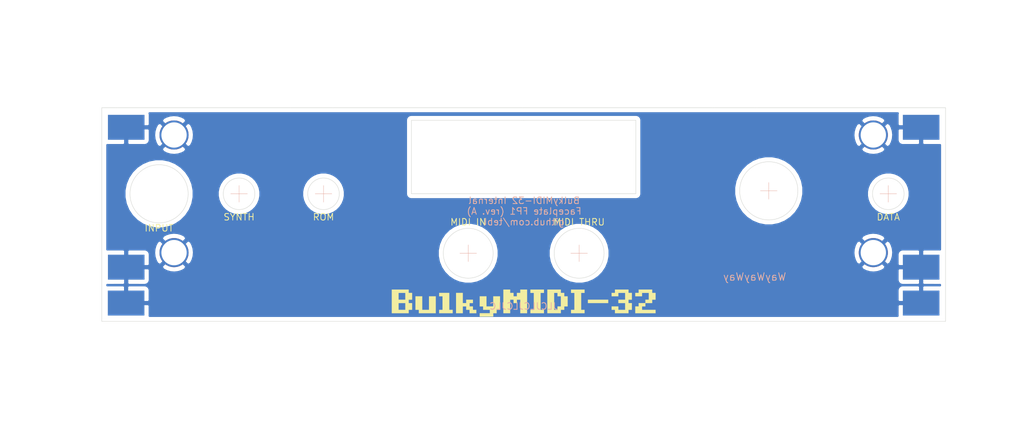
<source format=kicad_pcb>
(kicad_pcb (version 20171130) (host pcbnew "(5.1.8)-1")

  (general
    (thickness 1.6)
    (drawings 61)
    (tracks 0)
    (zones 0)
    (modules 11)
    (nets 2)
  )

  (page A4)
  (layers
    (0 F.Cu signal)
    (31 B.Cu signal)
    (32 B.Adhes user)
    (33 F.Adhes user)
    (34 B.Paste user)
    (35 F.Paste user)
    (36 B.SilkS user)
    (37 F.SilkS user)
    (38 B.Mask user)
    (39 F.Mask user)
    (40 Dwgs.User user)
    (41 Cmts.User user)
    (42 Eco1.User user)
    (43 Eco2.User user)
    (44 Edge.Cuts user)
    (45 Margin user)
    (46 B.CrtYd user)
    (47 F.CrtYd user)
    (48 B.Fab user hide)
    (49 F.Fab user)
  )

  (setup
    (last_trace_width 0.25)
    (trace_clearance 0.2)
    (zone_clearance 0.508)
    (zone_45_only no)
    (trace_min 0.2)
    (via_size 0.8)
    (via_drill 0.4)
    (via_min_size 0.4)
    (via_min_drill 0.3)
    (uvia_size 0.3)
    (uvia_drill 0.1)
    (uvias_allowed no)
    (uvia_min_size 0.2)
    (uvia_min_drill 0.1)
    (edge_width 0.05)
    (segment_width 0.2)
    (pcb_text_width 0.3)
    (pcb_text_size 1.5 1.5)
    (mod_edge_width 0.12)
    (mod_text_size 1 1)
    (mod_text_width 0.15)
    (pad_size 1.524 1.524)
    (pad_drill 0.762)
    (pad_to_mask_clearance 0)
    (aux_axis_origin 0 0)
    (grid_origin 100 100)
    (visible_elements 7FFFFFFF)
    (pcbplotparams
      (layerselection 0x011fc_ffffffff)
      (usegerberextensions true)
      (usegerberattributes false)
      (usegerberadvancedattributes false)
      (creategerberjobfile false)
      (excludeedgelayer true)
      (linewidth 0.100000)
      (plotframeref false)
      (viasonmask false)
      (mode 1)
      (useauxorigin false)
      (hpglpennumber 1)
      (hpglpenspeed 20)
      (hpglpendiameter 15.000000)
      (psnegative false)
      (psa4output false)
      (plotreference true)
      (plotvalue true)
      (plotinvisibletext false)
      (padsonsilk false)
      (subtractmaskfromsilk false)
      (outputformat 1)
      (mirror false)
      (drillshape 0)
      (scaleselection 1)
      (outputdirectory "export/"))
  )

  (net 0 "")
  (net 1 GND)

  (net_class Default "This is the default net class."
    (clearance 0.2)
    (trace_width 0.25)
    (via_dia 0.8)
    (via_drill 0.4)
    (uvia_dia 0.3)
    (uvia_drill 0.1)
  )

  (net_class PWR ""
    (clearance 0.2)
    (trace_width 0.381)
    (via_dia 0.8)
    (via_drill 0.4)
    (uvia_dia 0.3)
    (uvia_drill 0.1)
    (add_net GND)
  )

  (module artwork:BulkyMIDI-32_small locked (layer F.Cu) (tedit 0) (tstamp 635F67D6)
    (at 150.75 102.794)
    (fp_text reference G*** (at 0 0) (layer F.SilkS) hide
      (effects (font (size 1.524 1.524) (thickness 0.3)))
    )
    (fp_text value LOGO (at 0.75 0) (layer F.SilkS) hide
      (effects (font (size 1.524 1.524) (thickness 0.3)))
    )
    (fp_poly (pts (xy 10.17017 0) (xy 7.729329 0) (xy 7.729329 -0.406807) (xy 10.17017 -0.406807)
      (xy 10.17017 0)) (layer F.SilkS) (width 0.01))
    (fp_poly (pts (xy 14.645045 -0.406807) (xy 15.051852 -0.406807) (xy 15.051852 -1.220421) (xy 14.238238 -1.220421)
      (xy 14.238238 -0.813614) (xy 13.424625 -0.813614) (xy 13.424625 -1.220421) (xy 13.831431 -1.220421)
      (xy 13.831431 -1.627227) (xy 15.458659 -1.627227) (xy 15.458659 -1.220421) (xy 15.865465 -1.220421)
      (xy 15.865465 -0.406807) (xy 15.458659 -0.406807) (xy 15.458659 0) (xy 14.645045 0)
      (xy 14.645045 -0.406807)) (layer F.SilkS) (width 0.01))
    (fp_poly (pts (xy 14.645045 0.406807) (xy 14.238238 0.406807) (xy 14.238238 0.813613) (xy 15.865465 0.813613)
      (xy 15.865465 1.22042) (xy 13.424625 1.22042) (xy 13.424625 0.406807) (xy 13.831431 0.406807)
      (xy 13.831431 0) (xy 14.645045 0) (xy 14.645045 0.406807)) (layer F.SilkS) (width 0.01))
    (fp_poly (pts (xy 12.611011 -1.220421) (xy 13.017818 -1.220421) (xy 13.017818 -0.406807) (xy 12.611011 -0.406807)
      (xy 12.611011 0) (xy 13.017818 0) (xy 13.017818 0.813613) (xy 12.611011 0.813613)
      (xy 12.611011 1.22042) (xy 10.983784 1.22042) (xy 10.983784 0.813613) (xy 10.576977 0.813613)
      (xy 10.576977 0.406807) (xy 11.390591 0.406807) (xy 11.390591 0.813613) (xy 12.204204 0.813613)
      (xy 12.204204 0) (xy 11.390591 0) (xy 11.390591 -0.406807) (xy 12.204204 -0.406807)
      (xy 12.204204 -1.220421) (xy 11.390591 -1.220421) (xy 11.390591 -0.813614) (xy 10.576977 -0.813614)
      (xy 10.576977 -1.220421) (xy 10.983784 -1.220421) (xy 10.983784 -1.627227) (xy 12.611011 -1.627227)
      (xy 12.611011 -1.220421)) (layer F.SilkS) (width 0.01))
    (fp_poly (pts (xy 7.322522 -1.220421) (xy 6.915716 -1.220421) (xy 6.915716 0.813613) (xy 7.322522 0.813613)
      (xy 7.322522 1.22042) (xy 5.695295 1.22042) (xy 5.695295 0.813613) (xy 6.102102 0.813613)
      (xy 6.102102 -1.220421) (xy 5.695295 -1.220421) (xy 5.695295 -1.627227) (xy 7.322522 -1.627227)
      (xy 7.322522 -1.220421)) (layer F.SilkS) (width 0.01))
    (fp_poly (pts (xy 4.474875 -1.220421) (xy 4.881682 -1.220421) (xy 4.881682 -0.813614) (xy 5.288488 -0.813614)
      (xy 5.288488 0.406807) (xy 4.881682 0.406807) (xy 4.881682 0.813613) (xy 4.474875 0.813613)
      (xy 4.474875 1.22042) (xy 2.847648 1.22042) (xy 2.847648 -1.220421) (xy 3.661261 -1.220421)
      (xy 3.661261 0.813613) (xy 4.068068 0.813613) (xy 4.068068 0.406807) (xy 4.474875 0.406807)
      (xy 4.474875 -0.813614) (xy 4.068068 -0.813614) (xy 4.068068 -1.220421) (xy 3.661261 -1.220421)
      (xy 2.847648 -1.220421) (xy 2.847648 -1.627227) (xy 4.474875 -1.627227) (xy 4.474875 -1.220421)) (layer F.SilkS) (width 0.01))
    (fp_poly (pts (xy 2.440841 -1.220421) (xy 2.034034 -1.220421) (xy 2.034034 0.813613) (xy 2.440841 0.813613)
      (xy 2.440841 1.22042) (xy 0.813614 1.22042) (xy 0.813614 0.813613) (xy 1.22042 0.813613)
      (xy 1.22042 -1.220421) (xy 0.813614 -1.220421) (xy 0.813614 -1.627227) (xy 2.440841 -1.627227)
      (xy 2.440841 -1.220421)) (layer F.SilkS) (width 0.01))
    (fp_poly (pts (xy -1.627227 -1.220421) (xy -1.22042 -1.220421) (xy -1.22042 -0.813614) (xy -0.813614 -0.813614)
      (xy -0.813614 -1.220421) (xy -0.406807 -1.220421) (xy -0.406807 -1.627227) (xy 0.406807 -1.627227)
      (xy 0.406807 1.22042) (xy -0.406807 1.22042) (xy -0.406807 -0.406807) (xy -0.813614 -0.406807)
      (xy -0.813614 0) (xy -1.22042 0) (xy -1.22042 -0.406807) (xy -1.627227 -0.406807)
      (xy -1.627227 1.22042) (xy -2.440841 1.22042) (xy -2.440841 -1.627227) (xy -1.627227 -1.627227)
      (xy -1.627227 -1.220421)) (layer F.SilkS) (width 0.01))
    (fp_poly (pts (xy -7.322523 0) (xy -6.915716 0) (xy -6.915716 -0.406807) (xy -6.102102 -0.406807)
      (xy -6.102102 0) (xy -6.508909 0) (xy -6.508909 0.406807) (xy -6.102102 0.406807)
      (xy -6.102102 0.813613) (xy -5.695295 0.813613) (xy -5.695295 1.22042) (xy -6.508909 1.22042)
      (xy -6.508909 0.813613) (xy -6.915716 0.813613) (xy -6.915716 0.406807) (xy -7.322523 0.406807)
      (xy -7.322523 1.22042) (xy -8.136136 1.22042) (xy -8.136136 -1.220421) (xy -7.322523 -1.220421)
      (xy -7.322523 0)) (layer F.SilkS) (width 0.01))
    (fp_poly (pts (xy -8.94975 0.813613) (xy -8.542943 0.813613) (xy -8.542943 1.22042) (xy -10.17017 1.22042)
      (xy -10.17017 0.813613) (xy -9.763363 0.813613) (xy -9.763363 -0.813614) (xy -10.17017 -0.813614)
      (xy -10.17017 -1.220421) (xy -8.94975 -1.220421) (xy -8.94975 0.813613)) (layer F.SilkS) (width 0.01))
    (fp_poly (pts (xy -12.204204 0.813613) (xy -11.390591 0.813613) (xy -11.390591 -0.813614) (xy -10.576977 -0.813614)
      (xy -10.576977 1.22042) (xy -12.611011 1.22042) (xy -12.611011 0.813613) (xy -13.017818 0.813613)
      (xy -13.017818 -0.813614) (xy -12.204204 -0.813614) (xy -12.204204 0.813613)) (layer F.SilkS) (width 0.01))
    (fp_poly (pts (xy -13.831431 -1.220421) (xy -13.424625 -1.220421) (xy -13.424625 -0.406807) (xy -13.831431 -0.406807)
      (xy -13.831431 0) (xy -13.424625 0) (xy -13.424625 0.813613) (xy -13.831431 0.813613)
      (xy -13.831431 1.22042) (xy -15.865465 1.22042) (xy -15.865465 0) (xy -15.051852 0)
      (xy -15.051852 0.813613) (xy -14.238238 0.813613) (xy -14.238238 0) (xy -15.051852 0)
      (xy -15.865465 0) (xy -15.865465 -1.220421) (xy -15.051852 -1.220421) (xy -15.051852 -0.406807)
      (xy -14.238238 -0.406807) (xy -14.238238 -1.220421) (xy -15.051852 -1.220421) (xy -15.865465 -1.220421)
      (xy -15.865465 -1.627227) (xy -13.831431 -1.627227) (xy -13.831431 -1.220421)) (layer F.SilkS) (width 0.01))
    (fp_poly (pts (xy -4.474875 0.406807) (xy -3.661261 0.406807) (xy -3.661261 -0.813614) (xy -2.847648 -0.813614)
      (xy -2.847648 0.813613) (xy -3.254454 0.813613) (xy -3.254454 1.22042) (xy -3.661261 1.22042)
      (xy -3.661261 1.627227) (xy -5.288489 1.627227) (xy -5.288489 1.22042) (xy -4.068068 1.22042)
      (xy -4.068068 0.813613) (xy -4.881682 0.813613) (xy -4.881682 0.406807) (xy -5.288489 0.406807)
      (xy -5.288489 -0.813614) (xy -4.474875 -0.813614) (xy -4.474875 0.406807)) (layer F.SilkS) (width 0.01))
  )

  (module mounting:M3_pin (layer F.Cu) (tedit 5F76331A) (tstamp 6359B786)
    (at 108.6875 82.575)
    (descr "module 1 pin (ou trou mecanique de percage)")
    (tags DEV)
    (path /62827110)
    (fp_text reference M4 (at 0 -3.048) (layer F.Fab) hide
      (effects (font (size 1 1) (thickness 0.15)))
    )
    (fp_text value Mounting_Pin (at 0 3) (layer F.Fab) hide
      (effects (font (size 1 1) (thickness 0.15)))
    )
    (fp_circle (center 0 0) (end 2.6 0) (layer F.CrtYd) (width 0.05))
    (fp_circle (center 0 0) (end 2 0.8) (layer F.Fab) (width 0.1))
    (pad 1 thru_hole circle (at 0 0) (size 3.5 3.5) (drill 3.048) (layers *.Cu *.Mask)
      (net 1 GND) (solder_mask_margin 0.8))
  )

  (module mounting:M3_pin (layer F.Cu) (tedit 5F76331A) (tstamp 6359B752)
    (at 108.6875 96.725)
    (descr "module 1 pin (ou trou mecanique de percage)")
    (tags DEV)
    (path /6282631C)
    (fp_text reference M1 (at 3.048 0) (layer F.Fab) hide
      (effects (font (size 1 1) (thickness 0.15)))
    )
    (fp_text value Mounting_Pin (at 0 3) (layer F.Fab) hide
      (effects (font (size 1 1) (thickness 0.15)))
    )
    (fp_circle (center 0 0) (end 2 0.8) (layer F.Fab) (width 0.1))
    (fp_circle (center 0 0) (end 2.6 0) (layer F.CrtYd) (width 0.05))
    (pad 1 thru_hole circle (at 0 0) (size 3.5 3.5) (drill 3.048) (layers *.Cu *.Mask)
      (net 1 GND) (solder_mask_margin 0.8))
  )

  (module mounting:M3_pin (layer F.Cu) (tedit 5F76331A) (tstamp 6282A42B)
    (at 192.8125 96.725)
    (descr "module 1 pin (ou trou mecanique de percage)")
    (tags DEV)
    (path /62826824)
    (fp_text reference M2 (at 0 -3.048) (layer F.Fab) hide
      (effects (font (size 1 1) (thickness 0.15)))
    )
    (fp_text value Mounting_Pin (at 0 3) (layer F.Fab) hide
      (effects (font (size 1 1) (thickness 0.15)))
    )
    (fp_circle (center 0 0) (end 2.6 0) (layer F.CrtYd) (width 0.05))
    (fp_circle (center 0 0) (end 2 0.8) (layer F.Fab) (width 0.1))
    (pad 1 thru_hole circle (at 0 0) (size 3.5 3.5) (drill 3.048) (layers *.Cu *.Mask)
      (net 1 GND) (solder_mask_margin 0.8))
  )

  (module mounting:M3_pin (layer F.Cu) (tedit 5F76331A) (tstamp 6355E063)
    (at 192.8125 82.575)
    (descr "module 1 pin (ou trou mecanique de percage)")
    (tags DEV)
    (path /62826D8F)
    (fp_text reference M3 (at 0 -3.048) (layer F.Fab) hide
      (effects (font (size 1 1) (thickness 0.15)))
    )
    (fp_text value Mounting_Pin (at 0 3) (layer F.Fab) hide
      (effects (font (size 1 1) (thickness 0.15)))
    )
    (fp_circle (center 0 0) (end 2.6 0) (layer F.CrtYd) (width 0.05))
    (fp_circle (center 0 0) (end 2 0.8) (layer F.Fab) (width 0.1))
    (pad 1 thru_hole circle (at 0 0) (size 3.5 3.5) (drill 3.048) (layers *.Cu *.Mask)
      (net 1 GND) (solder_mask_margin 0.8))
  )

  (module RetroPanel:B.Pad_pin (layer F.Cu) (tedit 6359D8D4) (tstamp 635F0015)
    (at 102.9345 81.6485 270)
    (descr "module 1 pin (ou trou mecanique de percage)")
    (tags DEV)
    (path /637825FA)
    (fp_text reference M5 (at 0 -4.445 90) (layer F.Fab) hide
      (effects (font (size 1 1) (thickness 0.15)))
    )
    (fp_text value Mounting_Pad (at 0 -3.175 90) (layer F.Fab) hide
      (effects (font (size 1 1) (thickness 0.15)))
    )
    (pad 1 smd rect (at 0 0 270) (size 3 4.4) (layers B.Cu B.Paste B.Mask)
      (net 1 GND))
  )

  (module RetroPanel:B.Pad_pin (layer F.Cu) (tedit 6359D8D4) (tstamp 635F0019)
    (at 102.9345 98.476 270)
    (descr "module 1 pin (ou trou mecanique de percage)")
    (tags DEV)
    (path /63790274)
    (fp_text reference M7 (at 0 -4.445 90) (layer F.Fab) hide
      (effects (font (size 1 1) (thickness 0.15)))
    )
    (fp_text value Mounting_Pad (at 0 -3.175 90) (layer F.Fab) hide
      (effects (font (size 1 1) (thickness 0.15)))
    )
    (pad 1 smd rect (at 0 0 270) (size 3 4.4) (layers B.Cu B.Paste B.Mask)
      (net 1 GND))
  )

  (module RetroPanel:B.Pad_pin (layer F.Cu) (tedit 6359D8D4) (tstamp 635F001D)
    (at 198.5655 81.6485 90)
    (descr "module 1 pin (ou trou mecanique de percage)")
    (tags DEV)
    (path /637AD756)
    (fp_text reference M9 (at 0 -4.445 90) (layer F.Fab) hide
      (effects (font (size 1 1) (thickness 0.15)))
    )
    (fp_text value Mounting_Pad (at 0 -3.175 90) (layer F.Fab) hide
      (effects (font (size 1 1) (thickness 0.15)))
    )
    (pad 1 smd rect (at 0 0 90) (size 3 4.4) (layers B.Cu B.Paste B.Mask)
      (net 1 GND))
  )

  (module RetroPanel:B.Pad_pin (layer F.Cu) (tedit 6359D8D4) (tstamp 635F0021)
    (at 198.5655 98.476 90)
    (descr "module 1 pin (ou trou mecanique de percage)")
    (tags DEV)
    (path /637AD750)
    (fp_text reference M10 (at 0 -4.445 90) (layer F.Fab) hide
      (effects (font (size 1 1) (thickness 0.15)))
    )
    (fp_text value Mounting_Pad (at 0 -3.175 90) (layer F.Fab) hide
      (effects (font (size 1 1) (thickness 0.15)))
    )
    (pad 1 smd rect (at 0 0 90) (size 3 4.4) (layers B.Cu B.Paste B.Mask)
      (net 1 GND))
  )

  (module RetroPanel:B.Pad_pin (layer F.Cu) (tedit 6359D8D4) (tstamp 635F5F6A)
    (at 102.921 102.794 90)
    (descr "module 1 pin (ou trou mecanique de percage)")
    (tags DEV)
    (path /63626FE3)
    (fp_text reference M6 (at 0 -4.445 90) (layer F.Fab) hide
      (effects (font (size 1 1) (thickness 0.15)))
    )
    (fp_text value Mounting_Pad (at 0 -3.175 90) (layer F.Fab) hide
      (effects (font (size 1 1) (thickness 0.15)))
    )
    (pad 1 smd rect (at 0 0 90) (size 3 4.4) (layers B.Cu B.Paste B.Mask)
      (net 1 GND))
  )

  (module RetroPanel:B.Pad_pin (layer F.Cu) (tedit 6359D8D4) (tstamp 635F5F6F)
    (at 198.5655 102.794 90)
    (descr "module 1 pin (ou trou mecanique de percage)")
    (tags DEV)
    (path /63626FDD)
    (fp_text reference M8 (at 0 -4.445 90) (layer F.Fab) hide
      (effects (font (size 1 1) (thickness 0.15)))
    )
    (fp_text value Mounting_Pad (at 0 -3.175 90) (layer F.Fab) hide
      (effects (font (size 1 1) (thickness 0.15)))
    )
    (pad 1 smd rect (at 0 0 90) (size 3 4.4) (layers B.Cu B.Paste B.Mask)
      (net 1 GND))
  )

  (gr_text WayWayWay (at 178.5375 99.635) (layer B.SilkS) (tstamp 6611F18A)
    (effects (font (size 0.9 0.9) (thickness 0.1)) (justify mirror))
  )
  (gr_text JLCJLCJLCJLC (at 121.3875 99.635) (layer F.Fab) (tstamp 6611F189)
    (effects (font (size 0.9 0.9) (thickness 0.1)) (justify mirror))
  )
  (gr_line (start 157.42 96.8) (end 157.42 97.8) (layer B.SilkS) (width 0.05) (tstamp 63E1A6AD))
  (gr_line (start 157.42 96.8) (end 156.42 96.8) (layer B.SilkS) (width 0.05) (tstamp 63E1A6AD))
  (gr_line (start 157.42 96.8) (end 157.42 95.8) (layer B.SilkS) (width 0.05) (tstamp 63E1A6AD))
  (gr_line (start 157.42 96.8) (end 158.42 96.8) (layer B.SilkS) (width 0.05) (tstamp 63E1A6AD))
  (gr_line (start 144.08 96.8) (end 144.08 97.8) (layer B.SilkS) (width 0.05) (tstamp 63E1A6AD))
  (gr_line (start 144.08 96.8) (end 143.08 96.8) (layer B.SilkS) (width 0.05) (tstamp 63E1A6AD))
  (gr_line (start 144.08 96.8) (end 144.08 95.8) (layer B.SilkS) (width 0.05) (tstamp 63E1A6AD))
  (gr_line (start 144.08 96.8) (end 145.08 96.8) (layer B.SilkS) (width 0.05) (tstamp 63E1A6AD))
  (gr_text "MIDI IN" (at 144.08 93.053) (layer F.SilkS) (tstamp 63E1A68D)
    (effects (font (size 0.8 0.8) (thickness 0.1)))
  )
  (gr_text "MIDI THRU" (at 157.42 93.053) (layer F.SilkS) (tstamp 63E1A696)
    (effects (font (size 0.8 0.8) (thickness 0.1)))
  )
  (gr_circle (center 144.08 96.8) (end 147.08 96.8) (layer Edge.Cuts) (width 0.05) (tstamp 63E1A440))
  (gr_circle (center 157.42 96.8) (end 160.42 96.8) (layer Edge.Cuts) (width 0.05) (tstamp 63E1A3C1))
  (gr_line (start 150.75 80.815) (end 164.2487 80.815) (layer Edge.Cuts) (width 0.05) (tstamp 63E1A745))
  (gr_line (start 137.2513 89.635) (end 150.75 89.635) (layer Edge.Cuts) (width 0.05) (tstamp 63E1A744))
  (gr_line (start 150.75 89.635) (end 164.2487 89.635) (layer Edge.Cuts) (width 0.05) (tstamp 63E1A743))
  (gr_line (start 164.2487 80.815) (end 164.2487 89.635) (layer Edge.Cuts) (width 0.05) (tstamp 63E1A742))
  (gr_line (start 137.2513 89.635) (end 137.2513 80.815) (layer Edge.Cuts) (width 0.05) (tstamp 63E1A741))
  (gr_line (start 137.2513 80.815) (end 150.75 80.815) (layer Edge.Cuts) (width 0.05) (tstamp 63E1A740))
  (gr_text INPUT (at 106.8855 93.777) (layer F.SilkS) (tstamp 63E1A257)
    (effects (font (size 0.8 0.8) (thickness 0.1)))
  )
  (gr_text DATA (at 194.615 92.444) (layer F.SilkS) (tstamp 63E1A223)
    (effects (font (size 0.8 0.8) (thickness 0.1)))
  )
  (gr_line (start 126.67 89.65) (end 126.67 90.65) (layer B.SilkS) (width 0.05) (tstamp 63E1A1ED))
  (gr_line (start 126.67 89.65) (end 125.67 89.65) (layer B.SilkS) (width 0.05) (tstamp 63E1A1ED))
  (gr_line (start 126.67 89.65) (end 126.67 88.65) (layer B.SilkS) (width 0.05) (tstamp 63E1A1ED))
  (gr_line (start 126.67 89.65) (end 127.67 89.65) (layer B.SilkS) (width 0.05) (tstamp 63E1A1ED))
  (gr_line (start 116.51 89.65) (end 116.51 90.65) (layer B.SilkS) (width 0.05) (tstamp 63E1A1CB))
  (gr_line (start 116.51 89.65) (end 115.51 89.65) (layer B.SilkS) (width 0.05) (tstamp 63E1A1CB))
  (gr_line (start 116.51 89.65) (end 116.51 88.65) (layer B.SilkS) (width 0.05) (tstamp 63E1A1CB))
  (gr_line (start 116.51 89.65) (end 117.51 89.65) (layer B.SilkS) (width 0.05) (tstamp 63E1A1CB))
  (gr_circle (center 126.67 89.65) (end 128.57 89.65) (layer Edge.Cuts) (width 0.05) (tstamp 63E1A4DB))
  (gr_circle (center 116.51 89.65) (end 118.41 89.65) (layer Edge.Cuts) (width 0.05) (tstamp 63E1A4DA))
  (gr_text ROM (at 126.67 92.444) (layer F.SilkS) (tstamp 63E1A4D9)
    (effects (font (size 0.8 0.8) (thickness 0.1)))
  )
  (gr_text SYNTH (at 116.51 92.444) (layer F.SilkS) (tstamp 63E1A4D8)
    (effects (font (size 0.8 0.8) (thickness 0.1)))
  )
  (gr_line (start 194.615 89.65) (end 194.615 90.65) (layer B.SilkS) (width 0.05) (tstamp 63E1A002))
  (gr_line (start 194.615 89.65) (end 193.615 89.65) (layer B.SilkS) (width 0.05) (tstamp 63E1A002))
  (gr_line (start 194.615 89.65) (end 194.615 88.65) (layer B.SilkS) (width 0.05) (tstamp 63E1A002))
  (gr_line (start 194.615 89.65) (end 195.615 89.65) (layer B.SilkS) (width 0.05) (tstamp 63E1A002))
  (gr_line (start 180.23352 89.29136) (end 180.23352 90.29136) (layer B.SilkS) (width 0.05) (tstamp 63E1A002))
  (gr_line (start 180.23352 89.29136) (end 179.23352 89.29136) (layer B.SilkS) (width 0.05) (tstamp 63E1A002))
  (gr_line (start 180.23352 89.29136) (end 180.23352 88.29136) (layer B.SilkS) (width 0.05) (tstamp 63E1A002))
  (gr_line (start 180.23352 89.29136) (end 181.23352 89.29136) (layer B.SilkS) (width 0.05) (tstamp 63E1A002))
  (gr_text JLCJLCJLCJLC (at 150.75 103.175) (layer B.SilkS) (tstamp 63E1A31D)
    (effects (font (size 0.8 0.8) (thickness 0.1)) (justify mirror))
  )
  (gr_circle (center 194.615 89.65) (end 196.515 89.65) (layer Edge.Cuts) (width 0.05) (tstamp 635EF9E0))
  (gr_circle (center 180.23352 89.29136) (end 183.73352 89.29136) (layer Edge.Cuts) (width 0.05) (tstamp 635EFA9F))
  (gr_circle (center 106.8855 89.65) (end 110.3855 89.65) (layer Edge.Cuts) (width 0.05) (tstamp 635EF943))
  (gr_line (start 112.81 101.8) (end 117.89 101.8) (layer Dwgs.User) (width 0.05) (tstamp 635EF88D))
  (gr_line (start 117.89 101.8) (end 117.89 104.3) (layer Dwgs.User) (width 0.05) (tstamp 6355D7F1))
  (gr_line (start 201.5 79.3) (end 201.5 105) (layer Edge.Cuts) (width 0.05) (tstamp 635EF7D8))
  (gr_line (start 101.8 79.3) (end 100 79.3) (layer Edge.Cuts) (width 0.05) (tstamp 6355E555))
  (gr_line (start 178.69 79.3) (end 201.5 79.3) (layer Edge.Cuts) (width 0.05) (tstamp 6355DA2F))
  (gr_line (start 100 79.3) (end 100 105) (layer Edge.Cuts) (width 0.05) (tstamp 6355D8E2))
  (gr_line (start 112.81 104.3) (end 117.89 104.3) (layer Dwgs.User) (width 0.05) (tstamp 6355D802))
  (gr_line (start 112.81 101.8) (end 112.81 104.3) (layer Dwgs.User) (width 0.05))
  (gr_text "BulkyMIDI-32 Internal\nFaceplate FP1 (rev. A)\ngithub.com/tebl" (at 150.8 91.745) (layer B.SilkS) (tstamp 635F5EAD)
    (effects (font (size 0.8 0.8) (thickness 0.1)) (justify mirror))
  )
  (gr_line (start 173.61 79.3) (end 150.75 79.3) (layer Edge.Cuts) (width 0.05) (tstamp 6282E724))
  (gr_line (start 127.89 79.3) (end 150.75 79.3) (layer Edge.Cuts) (width 0.05) (tstamp 6282E723))
  (gr_line (start 122.81 79.3) (end 101.8 79.3) (layer Edge.Cuts) (width 0.05) (tstamp 6282E722))
  (gr_line (start 178.69 79.3) (end 173.61 79.3) (layer Edge.Cuts) (width 0.05) (tstamp 6282E71F))
  (gr_line (start 127.89 79.3) (end 122.81 79.3) (layer Edge.Cuts) (width 0.05) (tstamp 6282E71D))
  (gr_line (start 100 105) (end 201.5 105) (layer Edge.Cuts) (width 0.05))

  (zone (net 1) (net_name GND) (layer B.Cu) (tstamp 0) (hatch edge 0.508)
    (connect_pads (clearance 0.508))
    (min_thickness 0.254)
    (fill yes (arc_segments 32) (thermal_gap 0.508) (thermal_bridge_width 0.508))
    (polygon
      (pts
        (xy 210.94 119.039) (xy 87.75 119.039) (xy 87.75 66.334) (xy 210.94 66.334)
      )
    )
    (filled_polygon
      (pts
        (xy 195.739688 80.024018) (xy 195.727428 80.1485) (xy 195.7305 81.36275) (xy 195.88925 81.5215) (xy 198.4385 81.5215)
        (xy 198.4385 81.5015) (xy 198.6925 81.5015) (xy 198.6925 81.5215) (xy 198.7125 81.5215) (xy 198.7125 81.7755)
        (xy 198.6925 81.7755) (xy 198.6925 83.62475) (xy 198.85125 83.7835) (xy 200.7655 83.786572) (xy 200.84 83.779235)
        (xy 200.840001 96.345265) (xy 200.7655 96.337928) (xy 198.85125 96.341) (xy 198.6925 96.49975) (xy 198.6925 98.349)
        (xy 198.7125 98.349) (xy 198.7125 98.603) (xy 198.6925 98.603) (xy 198.6925 100.45225) (xy 198.85125 100.611)
        (xy 200.7655 100.614072) (xy 200.840001 100.606735) (xy 200.840001 100.663265) (xy 200.7655 100.655928) (xy 198.85125 100.659)
        (xy 198.6925 100.81775) (xy 198.6925 102.667) (xy 198.7125 102.667) (xy 198.7125 102.921) (xy 198.6925 102.921)
        (xy 198.6925 102.941) (xy 198.4385 102.941) (xy 198.4385 102.921) (xy 195.88925 102.921) (xy 195.7305 103.07975)
        (xy 195.727428 104.294) (xy 195.731958 104.34) (xy 105.754542 104.34) (xy 105.759072 104.294) (xy 105.756 103.07975)
        (xy 105.59725 102.921) (xy 103.048 102.921) (xy 103.048 102.941) (xy 102.794 102.941) (xy 102.794 102.921)
        (xy 102.774 102.921) (xy 102.774 102.667) (xy 102.794 102.667) (xy 102.794 100.81775) (xy 103.048 100.81775)
        (xy 103.048 102.667) (xy 105.59725 102.667) (xy 105.756 102.50825) (xy 105.759072 101.294) (xy 195.727428 101.294)
        (xy 195.7305 102.50825) (xy 195.88925 102.667) (xy 198.4385 102.667) (xy 198.4385 100.81775) (xy 198.27975 100.659)
        (xy 196.3655 100.655928) (xy 196.241018 100.668188) (xy 196.12132 100.704498) (xy 196.011006 100.763463) (xy 195.914315 100.842815)
        (xy 195.834963 100.939506) (xy 195.775998 101.04982) (xy 195.739688 101.169518) (xy 195.727428 101.294) (xy 105.759072 101.294)
        (xy 105.746812 101.169518) (xy 105.710502 101.04982) (xy 105.651537 100.939506) (xy 105.572185 100.842815) (xy 105.475494 100.763463)
        (xy 105.36518 100.704498) (xy 105.245482 100.668188) (xy 105.121 100.655928) (xy 103.20675 100.659) (xy 103.048 100.81775)
        (xy 102.794 100.81775) (xy 102.63525 100.659) (xy 100.721 100.655928) (xy 100.66 100.661936) (xy 100.66 100.606735)
        (xy 100.7345 100.614072) (xy 102.64875 100.611) (xy 102.8075 100.45225) (xy 102.8075 98.603) (xy 103.0615 98.603)
        (xy 103.0615 100.45225) (xy 103.22025 100.611) (xy 105.1345 100.614072) (xy 105.258982 100.601812) (xy 105.37868 100.565502)
        (xy 105.488994 100.506537) (xy 105.585685 100.427185) (xy 105.665037 100.330494) (xy 105.724002 100.22018) (xy 105.760312 100.100482)
        (xy 105.772572 99.976) (xy 105.7695 98.76175) (xy 105.61075 98.603) (xy 103.0615 98.603) (xy 102.8075 98.603)
        (xy 102.7875 98.603) (xy 102.7875 98.394609) (xy 107.197497 98.394609) (xy 107.383573 98.735766) (xy 107.800909 98.951513)
        (xy 108.252315 99.081696) (xy 108.720446 99.121313) (xy 109.187311 99.068842) (xy 109.634968 98.926297) (xy 109.991427 98.735766)
        (xy 110.177503 98.394609) (xy 108.6875 96.904605) (xy 107.197497 98.394609) (xy 102.7875 98.394609) (xy 102.7875 98.349)
        (xy 102.8075 98.349) (xy 102.8075 96.49975) (xy 103.0615 96.49975) (xy 103.0615 98.349) (xy 105.61075 98.349)
        (xy 105.7695 98.19025) (xy 105.772572 96.976) (xy 105.760312 96.851518) (xy 105.731928 96.757946) (xy 106.291187 96.757946)
        (xy 106.343658 97.224811) (xy 106.486203 97.672468) (xy 106.676734 98.028927) (xy 107.017891 98.215003) (xy 108.507895 96.725)
        (xy 108.867105 96.725) (xy 110.357109 98.215003) (xy 110.698266 98.028927) (xy 110.914013 97.611591) (xy 111.044196 97.160185)
        (xy 111.083813 96.692054) (xy 111.055406 96.439297) (xy 140.41772 96.439297) (xy 140.41772 97.160703) (xy 140.55846 97.868248)
        (xy 140.83453 98.53474) (xy 141.235322 99.134567) (xy 141.745433 99.644678) (xy 142.34526 100.04547) (xy 143.011752 100.32154)
        (xy 143.719297 100.46228) (xy 144.440703 100.46228) (xy 145.148248 100.32154) (xy 145.81474 100.04547) (xy 146.414567 99.644678)
        (xy 146.924678 99.134567) (xy 147.32547 98.53474) (xy 147.60154 97.868248) (xy 147.74228 97.160703) (xy 147.74228 96.439297)
        (xy 153.75772 96.439297) (xy 153.75772 97.160703) (xy 153.89846 97.868248) (xy 154.17453 98.53474) (xy 154.575322 99.134567)
        (xy 155.085433 99.644678) (xy 155.68526 100.04547) (xy 156.351752 100.32154) (xy 157.059297 100.46228) (xy 157.780703 100.46228)
        (xy 158.488248 100.32154) (xy 159.15474 100.04547) (xy 159.258709 99.976) (xy 195.727428 99.976) (xy 195.739688 100.100482)
        (xy 195.775998 100.22018) (xy 195.834963 100.330494) (xy 195.914315 100.427185) (xy 196.011006 100.506537) (xy 196.12132 100.565502)
        (xy 196.241018 100.601812) (xy 196.3655 100.614072) (xy 198.27975 100.611) (xy 198.4385 100.45225) (xy 198.4385 98.603)
        (xy 195.88925 98.603) (xy 195.7305 98.76175) (xy 195.727428 99.976) (xy 159.258709 99.976) (xy 159.754567 99.644678)
        (xy 160.264678 99.134567) (xy 160.66547 98.53474) (xy 160.723514 98.394609) (xy 191.322497 98.394609) (xy 191.508573 98.735766)
        (xy 191.925909 98.951513) (xy 192.377315 99.081696) (xy 192.845446 99.121313) (xy 193.312311 99.068842) (xy 193.759968 98.926297)
        (xy 194.116427 98.735766) (xy 194.302503 98.394609) (xy 192.8125 96.904605) (xy 191.322497 98.394609) (xy 160.723514 98.394609)
        (xy 160.94154 97.868248) (xy 161.08228 97.160703) (xy 161.08228 96.757946) (xy 190.416187 96.757946) (xy 190.468658 97.224811)
        (xy 190.611203 97.672468) (xy 190.801734 98.028927) (xy 191.142891 98.215003) (xy 192.632895 96.725) (xy 192.992105 96.725)
        (xy 194.482109 98.215003) (xy 194.823266 98.028927) (xy 195.039013 97.611591) (xy 195.169196 97.160185) (xy 195.184783 96.976)
        (xy 195.727428 96.976) (xy 195.7305 98.19025) (xy 195.88925 98.349) (xy 198.4385 98.349) (xy 198.4385 96.49975)
        (xy 198.27975 96.341) (xy 196.3655 96.337928) (xy 196.241018 96.350188) (xy 196.12132 96.386498) (xy 196.011006 96.445463)
        (xy 195.914315 96.524815) (xy 195.834963 96.621506) (xy 195.775998 96.73182) (xy 195.739688 96.851518) (xy 195.727428 96.976)
        (xy 195.184783 96.976) (xy 195.208813 96.692054) (xy 195.156342 96.225189) (xy 195.013797 95.777532) (xy 194.823266 95.421073)
        (xy 194.482109 95.234997) (xy 192.992105 96.725) (xy 192.632895 96.725) (xy 191.142891 95.234997) (xy 190.801734 95.421073)
        (xy 190.585987 95.838409) (xy 190.455804 96.289815) (xy 190.416187 96.757946) (xy 161.08228 96.757946) (xy 161.08228 96.439297)
        (xy 160.94154 95.731752) (xy 160.66547 95.06526) (xy 160.658876 95.055391) (xy 191.322497 95.055391) (xy 192.8125 96.545395)
        (xy 194.302503 95.055391) (xy 194.116427 94.714234) (xy 193.699091 94.498487) (xy 193.247685 94.368304) (xy 192.779554 94.328687)
        (xy 192.312689 94.381158) (xy 191.865032 94.523703) (xy 191.508573 94.714234) (xy 191.322497 95.055391) (xy 160.658876 95.055391)
        (xy 160.264678 94.465433) (xy 159.754567 93.955322) (xy 159.15474 93.55453) (xy 158.488248 93.27846) (xy 157.780703 93.13772)
        (xy 157.059297 93.13772) (xy 156.351752 93.27846) (xy 155.68526 93.55453) (xy 155.085433 93.955322) (xy 154.575322 94.465433)
        (xy 154.17453 95.06526) (xy 153.89846 95.731752) (xy 153.75772 96.439297) (xy 147.74228 96.439297) (xy 147.60154 95.731752)
        (xy 147.32547 95.06526) (xy 146.924678 94.465433) (xy 146.414567 93.955322) (xy 145.81474 93.55453) (xy 145.148248 93.27846)
        (xy 144.440703 93.13772) (xy 143.719297 93.13772) (xy 143.011752 93.27846) (xy 142.34526 93.55453) (xy 141.745433 93.955322)
        (xy 141.235322 94.465433) (xy 140.83453 95.06526) (xy 140.55846 95.731752) (xy 140.41772 96.439297) (xy 111.055406 96.439297)
        (xy 111.031342 96.225189) (xy 110.888797 95.777532) (xy 110.698266 95.421073) (xy 110.357109 95.234997) (xy 108.867105 96.725)
        (xy 108.507895 96.725) (xy 107.017891 95.234997) (xy 106.676734 95.421073) (xy 106.460987 95.838409) (xy 106.330804 96.289815)
        (xy 106.291187 96.757946) (xy 105.731928 96.757946) (xy 105.724002 96.73182) (xy 105.665037 96.621506) (xy 105.585685 96.524815)
        (xy 105.488994 96.445463) (xy 105.37868 96.386498) (xy 105.258982 96.350188) (xy 105.1345 96.337928) (xy 103.22025 96.341)
        (xy 103.0615 96.49975) (xy 102.8075 96.49975) (xy 102.64875 96.341) (xy 100.7345 96.337928) (xy 100.66 96.345265)
        (xy 100.66 95.055391) (xy 107.197497 95.055391) (xy 108.6875 96.545395) (xy 110.177503 95.055391) (xy 109.991427 94.714234)
        (xy 109.574091 94.498487) (xy 109.122685 94.368304) (xy 108.654554 94.328687) (xy 108.187689 94.381158) (xy 107.740032 94.523703)
        (xy 107.383573 94.714234) (xy 107.197497 95.055391) (xy 100.66 95.055391) (xy 100.66 89.240288) (xy 102.725628 89.240288)
        (xy 102.725628 90.059712) (xy 102.885489 90.86339) (xy 103.199069 91.620438) (xy 103.654316 92.301764) (xy 104.233736 92.881184)
        (xy 104.915062 93.336431) (xy 105.67211 93.650011) (xy 106.475788 93.809872) (xy 107.295212 93.809872) (xy 108.09889 93.650011)
        (xy 108.855938 93.336431) (xy 109.537264 92.881184) (xy 110.116684 92.301764) (xy 110.571931 91.620438) (xy 110.885511 90.86339)
        (xy 111.045372 90.059712) (xy 111.045372 89.397116) (xy 113.942423 89.397116) (xy 113.942423 89.902884) (xy 114.041094 90.398934)
        (xy 114.234643 90.866204) (xy 114.515633 91.286735) (xy 114.873265 91.644367) (xy 115.293796 91.925357) (xy 115.761066 92.118906)
        (xy 116.257116 92.217577) (xy 116.762884 92.217577) (xy 117.258934 92.118906) (xy 117.726204 91.925357) (xy 118.146735 91.644367)
        (xy 118.504367 91.286735) (xy 118.785357 90.866204) (xy 118.978906 90.398934) (xy 119.077577 89.902884) (xy 119.077577 89.397116)
        (xy 124.102423 89.397116) (xy 124.102423 89.902884) (xy 124.201094 90.398934) (xy 124.394643 90.866204) (xy 124.675633 91.286735)
        (xy 125.033265 91.644367) (xy 125.453796 91.925357) (xy 125.921066 92.118906) (xy 126.417116 92.217577) (xy 126.922884 92.217577)
        (xy 127.418934 92.118906) (xy 127.886204 91.925357) (xy 128.306735 91.644367) (xy 128.664367 91.286735) (xy 128.945357 90.866204)
        (xy 129.138906 90.398934) (xy 129.237577 89.902884) (xy 129.237577 89.397116) (xy 129.138906 88.901066) (xy 128.945357 88.433796)
        (xy 128.664367 88.013265) (xy 128.306735 87.655633) (xy 127.886204 87.374643) (xy 127.418934 87.181094) (xy 126.922884 87.082423)
        (xy 126.417116 87.082423) (xy 125.921066 87.181094) (xy 125.453796 87.374643) (xy 125.033265 87.655633) (xy 124.675633 88.013265)
        (xy 124.394643 88.433796) (xy 124.201094 88.901066) (xy 124.102423 89.397116) (xy 119.077577 89.397116) (xy 118.978906 88.901066)
        (xy 118.785357 88.433796) (xy 118.504367 88.013265) (xy 118.146735 87.655633) (xy 117.726204 87.374643) (xy 117.258934 87.181094)
        (xy 116.762884 87.082423) (xy 116.257116 87.082423) (xy 115.761066 87.181094) (xy 115.293796 87.374643) (xy 114.873265 87.655633)
        (xy 114.515633 88.013265) (xy 114.234643 88.433796) (xy 114.041094 88.901066) (xy 113.942423 89.397116) (xy 111.045372 89.397116)
        (xy 111.045372 89.240288) (xy 110.885511 88.43661) (xy 110.571931 87.679562) (xy 110.116684 86.998236) (xy 109.537264 86.418816)
        (xy 108.855938 85.963569) (xy 108.09889 85.649989) (xy 107.295212 85.490128) (xy 106.475788 85.490128) (xy 105.67211 85.649989)
        (xy 104.915062 85.963569) (xy 104.233736 86.418816) (xy 103.654316 86.998236) (xy 103.199069 87.679562) (xy 102.885489 88.43661)
        (xy 102.725628 89.240288) (xy 100.66 89.240288) (xy 100.66 84.244609) (xy 107.197497 84.244609) (xy 107.383573 84.585766)
        (xy 107.800909 84.801513) (xy 108.252315 84.931696) (xy 108.720446 84.971313) (xy 109.187311 84.918842) (xy 109.634968 84.776297)
        (xy 109.991427 84.585766) (xy 110.177503 84.244609) (xy 108.6875 82.754605) (xy 107.197497 84.244609) (xy 100.66 84.244609)
        (xy 100.66 83.779235) (xy 100.7345 83.786572) (xy 102.64875 83.7835) (xy 102.8075 83.62475) (xy 102.8075 81.7755)
        (xy 103.0615 81.7755) (xy 103.0615 83.62475) (xy 103.22025 83.7835) (xy 105.1345 83.786572) (xy 105.258982 83.774312)
        (xy 105.37868 83.738002) (xy 105.488994 83.679037) (xy 105.585685 83.599685) (xy 105.665037 83.502994) (xy 105.724002 83.39268)
        (xy 105.760312 83.272982) (xy 105.772572 83.1485) (xy 105.771205 82.607946) (xy 106.291187 82.607946) (xy 106.343658 83.074811)
        (xy 106.486203 83.522468) (xy 106.676734 83.878927) (xy 107.017891 84.065003) (xy 108.507895 82.575) (xy 108.867105 82.575)
        (xy 110.357109 84.065003) (xy 110.698266 83.878927) (xy 110.914013 83.461591) (xy 111.044196 83.010185) (xy 111.083813 82.542054)
        (xy 111.031342 82.075189) (xy 110.888797 81.627532) (xy 110.698266 81.271073) (xy 110.357109 81.084997) (xy 108.867105 82.575)
        (xy 108.507895 82.575) (xy 107.017891 81.084997) (xy 106.676734 81.271073) (xy 106.460987 81.688409) (xy 106.330804 82.139815)
        (xy 106.291187 82.607946) (xy 105.771205 82.607946) (xy 105.7695 81.93425) (xy 105.61075 81.7755) (xy 103.0615 81.7755)
        (xy 102.8075 81.7755) (xy 102.7875 81.7755) (xy 102.7875 81.5215) (xy 102.8075 81.5215) (xy 102.8075 81.5015)
        (xy 103.0615 81.5015) (xy 103.0615 81.5215) (xy 105.61075 81.5215) (xy 105.7695 81.36275) (xy 105.770657 80.905391)
        (xy 107.197497 80.905391) (xy 108.6875 82.395395) (xy 110.177503 80.905391) (xy 110.128202 80.815) (xy 136.588107 80.815)
        (xy 136.591301 80.847429) (xy 136.5913 89.602581) (xy 136.588107 89.635) (xy 136.60085 89.764383) (xy 136.63859 89.888793)
        (xy 136.699875 90.00345) (xy 136.782352 90.103948) (xy 136.88285 90.186425) (xy 136.997507 90.24771) (xy 137.121917 90.28545)
        (xy 137.2513 90.298193) (xy 137.283719 90.295) (xy 164.216281 90.295) (xy 164.2487 90.298193) (xy 164.281119 90.295)
        (xy 164.378083 90.28545) (xy 164.502493 90.24771) (xy 164.61715 90.186425) (xy 164.717648 90.103948) (xy 164.800125 90.00345)
        (xy 164.86141 89.888793) (xy 164.89915 89.764383) (xy 164.911893 89.635) (xy 164.9087 89.602581) (xy 164.9087 88.881648)
        (xy 176.073648 88.881648) (xy 176.073648 89.701072) (xy 176.233509 90.50475) (xy 176.547089 91.261798) (xy 177.002336 91.943124)
        (xy 177.581756 92.522544) (xy 178.263082 92.977791) (xy 179.02013 93.291371) (xy 179.823808 93.451232) (xy 180.643232 93.451232)
        (xy 181.44691 93.291371) (xy 182.203958 92.977791) (xy 182.885284 92.522544) (xy 183.464704 91.943124) (xy 183.919951 91.261798)
        (xy 184.233531 90.50475) (xy 184.393392 89.701072) (xy 184.393392 89.397116) (xy 192.047423 89.397116) (xy 192.047423 89.902884)
        (xy 192.146094 90.398934) (xy 192.339643 90.866204) (xy 192.620633 91.286735) (xy 192.978265 91.644367) (xy 193.398796 91.925357)
        (xy 193.866066 92.118906) (xy 194.362116 92.217577) (xy 194.867884 92.217577) (xy 195.363934 92.118906) (xy 195.831204 91.925357)
        (xy 196.251735 91.644367) (xy 196.609367 91.286735) (xy 196.890357 90.866204) (xy 197.083906 90.398934) (xy 197.182577 89.902884)
        (xy 197.182577 89.397116) (xy 197.083906 88.901066) (xy 196.890357 88.433796) (xy 196.609367 88.013265) (xy 196.251735 87.655633)
        (xy 195.831204 87.374643) (xy 195.363934 87.181094) (xy 194.867884 87.082423) (xy 194.362116 87.082423) (xy 193.866066 87.181094)
        (xy 193.398796 87.374643) (xy 192.978265 87.655633) (xy 192.620633 88.013265) (xy 192.339643 88.433796) (xy 192.146094 88.901066)
        (xy 192.047423 89.397116) (xy 184.393392 89.397116) (xy 184.393392 88.881648) (xy 184.233531 88.07797) (xy 183.919951 87.320922)
        (xy 183.464704 86.639596) (xy 182.885284 86.060176) (xy 182.203958 85.604929) (xy 181.44691 85.291349) (xy 180.643232 85.131488)
        (xy 179.823808 85.131488) (xy 179.02013 85.291349) (xy 178.263082 85.604929) (xy 177.581756 86.060176) (xy 177.002336 86.639596)
        (xy 176.547089 87.320922) (xy 176.233509 88.07797) (xy 176.073648 88.881648) (xy 164.9087 88.881648) (xy 164.9087 84.244609)
        (xy 191.322497 84.244609) (xy 191.508573 84.585766) (xy 191.925909 84.801513) (xy 192.377315 84.931696) (xy 192.845446 84.971313)
        (xy 193.312311 84.918842) (xy 193.759968 84.776297) (xy 194.116427 84.585766) (xy 194.302503 84.244609) (xy 192.8125 82.754605)
        (xy 191.322497 84.244609) (xy 164.9087 84.244609) (xy 164.9087 82.607946) (xy 190.416187 82.607946) (xy 190.468658 83.074811)
        (xy 190.611203 83.522468) (xy 190.801734 83.878927) (xy 191.142891 84.065003) (xy 192.632895 82.575) (xy 192.992105 82.575)
        (xy 194.482109 84.065003) (xy 194.823266 83.878927) (xy 195.039013 83.461591) (xy 195.129306 83.1485) (xy 195.727428 83.1485)
        (xy 195.739688 83.272982) (xy 195.775998 83.39268) (xy 195.834963 83.502994) (xy 195.914315 83.599685) (xy 196.011006 83.679037)
        (xy 196.12132 83.738002) (xy 196.241018 83.774312) (xy 196.3655 83.786572) (xy 198.27975 83.7835) (xy 198.4385 83.62475)
        (xy 198.4385 81.7755) (xy 195.88925 81.7755) (xy 195.7305 81.93425) (xy 195.727428 83.1485) (xy 195.129306 83.1485)
        (xy 195.169196 83.010185) (xy 195.208813 82.542054) (xy 195.156342 82.075189) (xy 195.013797 81.627532) (xy 194.823266 81.271073)
        (xy 194.482109 81.084997) (xy 192.992105 82.575) (xy 192.632895 82.575) (xy 191.142891 81.084997) (xy 190.801734 81.271073)
        (xy 190.585987 81.688409) (xy 190.455804 82.139815) (xy 190.416187 82.607946) (xy 164.9087 82.607946) (xy 164.9087 80.905391)
        (xy 191.322497 80.905391) (xy 192.8125 82.395395) (xy 194.302503 80.905391) (xy 194.116427 80.564234) (xy 193.699091 80.348487)
        (xy 193.247685 80.218304) (xy 192.779554 80.178687) (xy 192.312689 80.231158) (xy 191.865032 80.373703) (xy 191.508573 80.564234)
        (xy 191.322497 80.905391) (xy 164.9087 80.905391) (xy 164.9087 80.847419) (xy 164.911893 80.815) (xy 164.89915 80.685617)
        (xy 164.86141 80.561207) (xy 164.800125 80.44655) (xy 164.717648 80.346052) (xy 164.61715 80.263575) (xy 164.502493 80.20229)
        (xy 164.378083 80.16455) (xy 164.281119 80.155) (xy 164.2487 80.151807) (xy 164.216281 80.155) (xy 137.283719 80.155)
        (xy 137.2513 80.151807) (xy 137.218881 80.155) (xy 137.121917 80.16455) (xy 136.997507 80.20229) (xy 136.88285 80.263575)
        (xy 136.782352 80.346052) (xy 136.699875 80.44655) (xy 136.63859 80.561207) (xy 136.60085 80.685617) (xy 136.588107 80.815)
        (xy 110.128202 80.815) (xy 109.991427 80.564234) (xy 109.574091 80.348487) (xy 109.122685 80.218304) (xy 108.654554 80.178687)
        (xy 108.187689 80.231158) (xy 107.740032 80.373703) (xy 107.383573 80.564234) (xy 107.197497 80.905391) (xy 105.770657 80.905391)
        (xy 105.772572 80.1485) (xy 105.760312 80.024018) (xy 105.740892 79.96) (xy 195.759108 79.96)
      )
    )
  )
)

</source>
